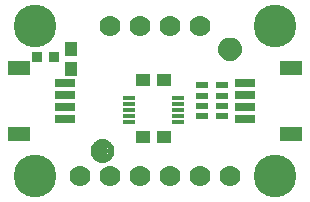
<source format=gbr>
G04 EAGLE Gerber RS-274X export*
G75*
%MOMM*%
%FSLAX34Y34*%
%LPD*%
%INSoldermask Top*%
%IPPOS*%
%AMOC8*
5,1,8,0,0,1.08239X$1,22.5*%
G01*
%ADD10R,1.176600X1.101600*%
%ADD11C,1.778000*%
%ADD12R,1.101600X0.351600*%
%ADD13C,3.617600*%
%ADD14R,1.651600X0.701600*%
%ADD15R,1.901600X1.301600*%
%ADD16R,1.001600X0.551600*%
%ADD17C,1.101600*%
%ADD18C,0.500000*%
%ADD19R,0.901600X0.901600*%
%ADD20R,1.101600X1.176600*%


D10*
X134230Y106680D03*
X117230Y106680D03*
X117230Y58420D03*
X134230Y58420D03*
D11*
X88900Y152400D03*
X114300Y152400D03*
X139700Y152400D03*
X165100Y152400D03*
X63500Y25400D03*
X88900Y25400D03*
X114300Y25400D03*
X139700Y25400D03*
X165100Y25400D03*
X190500Y25400D03*
D12*
X146861Y71280D03*
X146861Y76280D03*
X146861Y81280D03*
X146861Y86280D03*
X146861Y91280D03*
X104599Y91280D03*
X104599Y86280D03*
X104599Y81280D03*
X104599Y76280D03*
X104599Y71280D03*
D13*
X25400Y152400D03*
X228600Y152400D03*
D14*
X203460Y83900D03*
X203460Y93900D03*
X203460Y73900D03*
X203460Y103900D03*
D15*
X242460Y60900D03*
X242460Y116900D03*
D14*
X50540Y93900D03*
X50540Y83900D03*
X50540Y103900D03*
X50540Y73900D03*
D15*
X11540Y116900D03*
X11540Y60900D03*
D16*
X166760Y75900D03*
X183760Y75900D03*
X166760Y84900D03*
X166760Y92900D03*
X166760Y101900D03*
X183760Y101900D03*
X183760Y84900D03*
X183760Y92900D03*
D17*
X82550Y46355D03*
D18*
X82550Y53855D02*
X82369Y53853D01*
X82188Y53846D01*
X82007Y53835D01*
X81826Y53820D01*
X81646Y53800D01*
X81466Y53776D01*
X81287Y53748D01*
X81109Y53715D01*
X80932Y53678D01*
X80755Y53637D01*
X80580Y53592D01*
X80405Y53542D01*
X80232Y53488D01*
X80061Y53430D01*
X79890Y53368D01*
X79722Y53301D01*
X79555Y53231D01*
X79389Y53157D01*
X79226Y53078D01*
X79065Y52996D01*
X78905Y52910D01*
X78748Y52820D01*
X78593Y52726D01*
X78440Y52629D01*
X78290Y52527D01*
X78142Y52423D01*
X77996Y52314D01*
X77854Y52203D01*
X77714Y52087D01*
X77577Y51969D01*
X77442Y51847D01*
X77311Y51722D01*
X77183Y51594D01*
X77058Y51463D01*
X76936Y51328D01*
X76818Y51191D01*
X76702Y51051D01*
X76591Y50909D01*
X76482Y50763D01*
X76378Y50615D01*
X76276Y50465D01*
X76179Y50312D01*
X76085Y50157D01*
X75995Y50000D01*
X75909Y49840D01*
X75827Y49679D01*
X75748Y49516D01*
X75674Y49350D01*
X75604Y49183D01*
X75537Y49015D01*
X75475Y48844D01*
X75417Y48673D01*
X75363Y48500D01*
X75313Y48325D01*
X75268Y48150D01*
X75227Y47973D01*
X75190Y47796D01*
X75157Y47618D01*
X75129Y47439D01*
X75105Y47259D01*
X75085Y47079D01*
X75070Y46898D01*
X75059Y46717D01*
X75052Y46536D01*
X75050Y46355D01*
X82550Y53855D02*
X82731Y53853D01*
X82912Y53846D01*
X83093Y53835D01*
X83274Y53820D01*
X83454Y53800D01*
X83634Y53776D01*
X83813Y53748D01*
X83991Y53715D01*
X84168Y53678D01*
X84345Y53637D01*
X84520Y53592D01*
X84695Y53542D01*
X84868Y53488D01*
X85039Y53430D01*
X85210Y53368D01*
X85378Y53301D01*
X85545Y53231D01*
X85711Y53157D01*
X85874Y53078D01*
X86035Y52996D01*
X86195Y52910D01*
X86352Y52820D01*
X86507Y52726D01*
X86660Y52629D01*
X86810Y52527D01*
X86958Y52423D01*
X87104Y52314D01*
X87246Y52203D01*
X87386Y52087D01*
X87523Y51969D01*
X87658Y51847D01*
X87789Y51722D01*
X87917Y51594D01*
X88042Y51463D01*
X88164Y51328D01*
X88282Y51191D01*
X88398Y51051D01*
X88509Y50909D01*
X88618Y50763D01*
X88722Y50615D01*
X88824Y50465D01*
X88921Y50312D01*
X89015Y50157D01*
X89105Y50000D01*
X89191Y49840D01*
X89273Y49679D01*
X89352Y49516D01*
X89426Y49350D01*
X89496Y49183D01*
X89563Y49015D01*
X89625Y48844D01*
X89683Y48673D01*
X89737Y48500D01*
X89787Y48325D01*
X89832Y48150D01*
X89873Y47973D01*
X89910Y47796D01*
X89943Y47618D01*
X89971Y47439D01*
X89995Y47259D01*
X90015Y47079D01*
X90030Y46898D01*
X90041Y46717D01*
X90048Y46536D01*
X90050Y46355D01*
X90048Y46174D01*
X90041Y45993D01*
X90030Y45812D01*
X90015Y45631D01*
X89995Y45451D01*
X89971Y45271D01*
X89943Y45092D01*
X89910Y44914D01*
X89873Y44737D01*
X89832Y44560D01*
X89787Y44385D01*
X89737Y44210D01*
X89683Y44037D01*
X89625Y43866D01*
X89563Y43695D01*
X89496Y43527D01*
X89426Y43360D01*
X89352Y43194D01*
X89273Y43031D01*
X89191Y42870D01*
X89105Y42710D01*
X89015Y42553D01*
X88921Y42398D01*
X88824Y42245D01*
X88722Y42095D01*
X88618Y41947D01*
X88509Y41801D01*
X88398Y41659D01*
X88282Y41519D01*
X88164Y41382D01*
X88042Y41247D01*
X87917Y41116D01*
X87789Y40988D01*
X87658Y40863D01*
X87523Y40741D01*
X87386Y40623D01*
X87246Y40507D01*
X87104Y40396D01*
X86958Y40287D01*
X86810Y40183D01*
X86660Y40081D01*
X86507Y39984D01*
X86352Y39890D01*
X86195Y39800D01*
X86035Y39714D01*
X85874Y39632D01*
X85711Y39553D01*
X85545Y39479D01*
X85378Y39409D01*
X85210Y39342D01*
X85039Y39280D01*
X84868Y39222D01*
X84695Y39168D01*
X84520Y39118D01*
X84345Y39073D01*
X84168Y39032D01*
X83991Y38995D01*
X83813Y38962D01*
X83634Y38934D01*
X83454Y38910D01*
X83274Y38890D01*
X83093Y38875D01*
X82912Y38864D01*
X82731Y38857D01*
X82550Y38855D01*
X82369Y38857D01*
X82188Y38864D01*
X82007Y38875D01*
X81826Y38890D01*
X81646Y38910D01*
X81466Y38934D01*
X81287Y38962D01*
X81109Y38995D01*
X80932Y39032D01*
X80755Y39073D01*
X80580Y39118D01*
X80405Y39168D01*
X80232Y39222D01*
X80061Y39280D01*
X79890Y39342D01*
X79722Y39409D01*
X79555Y39479D01*
X79389Y39553D01*
X79226Y39632D01*
X79065Y39714D01*
X78905Y39800D01*
X78748Y39890D01*
X78593Y39984D01*
X78440Y40081D01*
X78290Y40183D01*
X78142Y40287D01*
X77996Y40396D01*
X77854Y40507D01*
X77714Y40623D01*
X77577Y40741D01*
X77442Y40863D01*
X77311Y40988D01*
X77183Y41116D01*
X77058Y41247D01*
X76936Y41382D01*
X76818Y41519D01*
X76702Y41659D01*
X76591Y41801D01*
X76482Y41947D01*
X76378Y42095D01*
X76276Y42245D01*
X76179Y42398D01*
X76085Y42553D01*
X75995Y42710D01*
X75909Y42870D01*
X75827Y43031D01*
X75748Y43194D01*
X75674Y43360D01*
X75604Y43527D01*
X75537Y43695D01*
X75475Y43866D01*
X75417Y44037D01*
X75363Y44210D01*
X75313Y44385D01*
X75268Y44560D01*
X75227Y44737D01*
X75190Y44914D01*
X75157Y45092D01*
X75129Y45271D01*
X75105Y45451D01*
X75085Y45631D01*
X75070Y45812D01*
X75059Y45993D01*
X75052Y46174D01*
X75050Y46355D01*
D17*
X190500Y132461D03*
D18*
X190500Y139961D02*
X190319Y139959D01*
X190138Y139952D01*
X189957Y139941D01*
X189776Y139926D01*
X189596Y139906D01*
X189416Y139882D01*
X189237Y139854D01*
X189059Y139821D01*
X188882Y139784D01*
X188705Y139743D01*
X188530Y139698D01*
X188355Y139648D01*
X188182Y139594D01*
X188011Y139536D01*
X187840Y139474D01*
X187672Y139407D01*
X187505Y139337D01*
X187339Y139263D01*
X187176Y139184D01*
X187015Y139102D01*
X186855Y139016D01*
X186698Y138926D01*
X186543Y138832D01*
X186390Y138735D01*
X186240Y138633D01*
X186092Y138529D01*
X185946Y138420D01*
X185804Y138309D01*
X185664Y138193D01*
X185527Y138075D01*
X185392Y137953D01*
X185261Y137828D01*
X185133Y137700D01*
X185008Y137569D01*
X184886Y137434D01*
X184768Y137297D01*
X184652Y137157D01*
X184541Y137015D01*
X184432Y136869D01*
X184328Y136721D01*
X184226Y136571D01*
X184129Y136418D01*
X184035Y136263D01*
X183945Y136106D01*
X183859Y135946D01*
X183777Y135785D01*
X183698Y135622D01*
X183624Y135456D01*
X183554Y135289D01*
X183487Y135121D01*
X183425Y134950D01*
X183367Y134779D01*
X183313Y134606D01*
X183263Y134431D01*
X183218Y134256D01*
X183177Y134079D01*
X183140Y133902D01*
X183107Y133724D01*
X183079Y133545D01*
X183055Y133365D01*
X183035Y133185D01*
X183020Y133004D01*
X183009Y132823D01*
X183002Y132642D01*
X183000Y132461D01*
X190500Y139961D02*
X190681Y139959D01*
X190862Y139952D01*
X191043Y139941D01*
X191224Y139926D01*
X191404Y139906D01*
X191584Y139882D01*
X191763Y139854D01*
X191941Y139821D01*
X192118Y139784D01*
X192295Y139743D01*
X192470Y139698D01*
X192645Y139648D01*
X192818Y139594D01*
X192989Y139536D01*
X193160Y139474D01*
X193328Y139407D01*
X193495Y139337D01*
X193661Y139263D01*
X193824Y139184D01*
X193985Y139102D01*
X194145Y139016D01*
X194302Y138926D01*
X194457Y138832D01*
X194610Y138735D01*
X194760Y138633D01*
X194908Y138529D01*
X195054Y138420D01*
X195196Y138309D01*
X195336Y138193D01*
X195473Y138075D01*
X195608Y137953D01*
X195739Y137828D01*
X195867Y137700D01*
X195992Y137569D01*
X196114Y137434D01*
X196232Y137297D01*
X196348Y137157D01*
X196459Y137015D01*
X196568Y136869D01*
X196672Y136721D01*
X196774Y136571D01*
X196871Y136418D01*
X196965Y136263D01*
X197055Y136106D01*
X197141Y135946D01*
X197223Y135785D01*
X197302Y135622D01*
X197376Y135456D01*
X197446Y135289D01*
X197513Y135121D01*
X197575Y134950D01*
X197633Y134779D01*
X197687Y134606D01*
X197737Y134431D01*
X197782Y134256D01*
X197823Y134079D01*
X197860Y133902D01*
X197893Y133724D01*
X197921Y133545D01*
X197945Y133365D01*
X197965Y133185D01*
X197980Y133004D01*
X197991Y132823D01*
X197998Y132642D01*
X198000Y132461D01*
X197998Y132280D01*
X197991Y132099D01*
X197980Y131918D01*
X197965Y131737D01*
X197945Y131557D01*
X197921Y131377D01*
X197893Y131198D01*
X197860Y131020D01*
X197823Y130843D01*
X197782Y130666D01*
X197737Y130491D01*
X197687Y130316D01*
X197633Y130143D01*
X197575Y129972D01*
X197513Y129801D01*
X197446Y129633D01*
X197376Y129466D01*
X197302Y129300D01*
X197223Y129137D01*
X197141Y128976D01*
X197055Y128816D01*
X196965Y128659D01*
X196871Y128504D01*
X196774Y128351D01*
X196672Y128201D01*
X196568Y128053D01*
X196459Y127907D01*
X196348Y127765D01*
X196232Y127625D01*
X196114Y127488D01*
X195992Y127353D01*
X195867Y127222D01*
X195739Y127094D01*
X195608Y126969D01*
X195473Y126847D01*
X195336Y126729D01*
X195196Y126613D01*
X195054Y126502D01*
X194908Y126393D01*
X194760Y126289D01*
X194610Y126187D01*
X194457Y126090D01*
X194302Y125996D01*
X194145Y125906D01*
X193985Y125820D01*
X193824Y125738D01*
X193661Y125659D01*
X193495Y125585D01*
X193328Y125515D01*
X193160Y125448D01*
X192989Y125386D01*
X192818Y125328D01*
X192645Y125274D01*
X192470Y125224D01*
X192295Y125179D01*
X192118Y125138D01*
X191941Y125101D01*
X191763Y125068D01*
X191584Y125040D01*
X191404Y125016D01*
X191224Y124996D01*
X191043Y124981D01*
X190862Y124970D01*
X190681Y124963D01*
X190500Y124961D01*
X190319Y124963D01*
X190138Y124970D01*
X189957Y124981D01*
X189776Y124996D01*
X189596Y125016D01*
X189416Y125040D01*
X189237Y125068D01*
X189059Y125101D01*
X188882Y125138D01*
X188705Y125179D01*
X188530Y125224D01*
X188355Y125274D01*
X188182Y125328D01*
X188011Y125386D01*
X187840Y125448D01*
X187672Y125515D01*
X187505Y125585D01*
X187339Y125659D01*
X187176Y125738D01*
X187015Y125820D01*
X186855Y125906D01*
X186698Y125996D01*
X186543Y126090D01*
X186390Y126187D01*
X186240Y126289D01*
X186092Y126393D01*
X185946Y126502D01*
X185804Y126613D01*
X185664Y126729D01*
X185527Y126847D01*
X185392Y126969D01*
X185261Y127094D01*
X185133Y127222D01*
X185008Y127353D01*
X184886Y127488D01*
X184768Y127625D01*
X184652Y127765D01*
X184541Y127907D01*
X184432Y128053D01*
X184328Y128201D01*
X184226Y128351D01*
X184129Y128504D01*
X184035Y128659D01*
X183945Y128816D01*
X183859Y128976D01*
X183777Y129137D01*
X183698Y129300D01*
X183624Y129466D01*
X183554Y129633D01*
X183487Y129801D01*
X183425Y129972D01*
X183367Y130143D01*
X183313Y130316D01*
X183263Y130491D01*
X183218Y130666D01*
X183177Y130843D01*
X183140Y131020D01*
X183107Y131198D01*
X183079Y131377D01*
X183055Y131557D01*
X183035Y131737D01*
X183020Y131918D01*
X183009Y132099D01*
X183002Y132280D01*
X183000Y132461D01*
D13*
X25400Y25400D03*
X228600Y25400D03*
D19*
X41790Y125730D03*
X26790Y125730D03*
D20*
X55880Y132960D03*
X55880Y115960D03*
M02*

</source>
